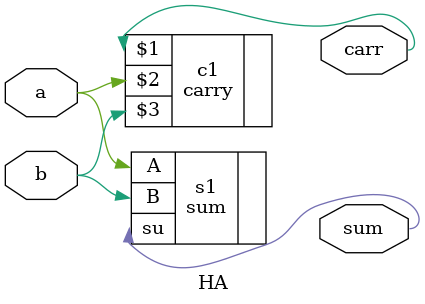
<source format=v>
module HA(carr,sum,a,b);
input a,b;
output sum,carr;

sum s1(.B(b),.su(sum),.A(a)); //explicitly association
carry c1(carr,a,b);           //positional association
endmodule

//and by using this half adder we can make full adder.
</source>
